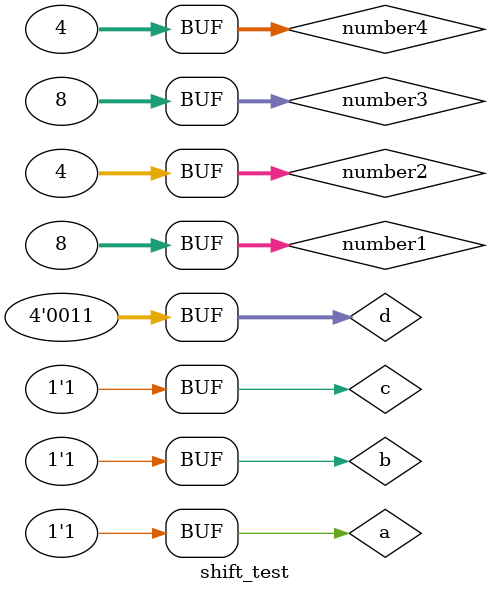
<source format=v>
module shift_test ();

  reg [3:0] d;
  wire [3:0] mul1, mul2, mul3, div1, div2, div3;
  integer number1, number2, number3, number4;

  shift UUT (d, mul1, mul2, mul3, div1, div2, div3);

  initial begin
    for (number1 = -8; number1 < 8; number1 = number1 + 1)
      begin
        for (number2 = -4; number2 < 4; number2 = number2 + 1)
          begin
            for (number3 = -8; number3 < 8; number3 = number3 + 1)
              begin
                for (number4 = -4; number4 < 4; number4 = number4 + 1)
                  begin

                    a = number1;
                    b = number2;
                    c = number3;
                    d = number4;
                    #10;
                  end
              end
          end
      end
  end

endmodule // shift_test

</source>
